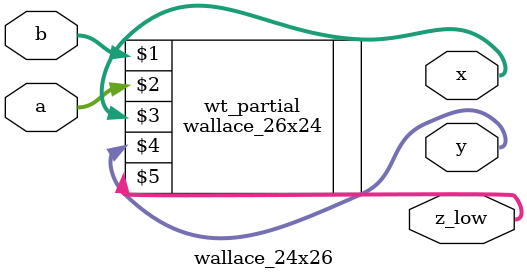
<source format=v>
`include "./vsrc/fdiv/wallace_26x24.v"

module wallace_24x26 (a,b,x,y,z_low);	// 24*26 wallacetree
	input [23:0] a;
	input [25:0] b;
	output [49:8] x;
	output [49:8] y;
	output [7:0] z_low;
	wallace_26x24 wt_partial (b,a,x,y,z_low);
endmodule

</source>
